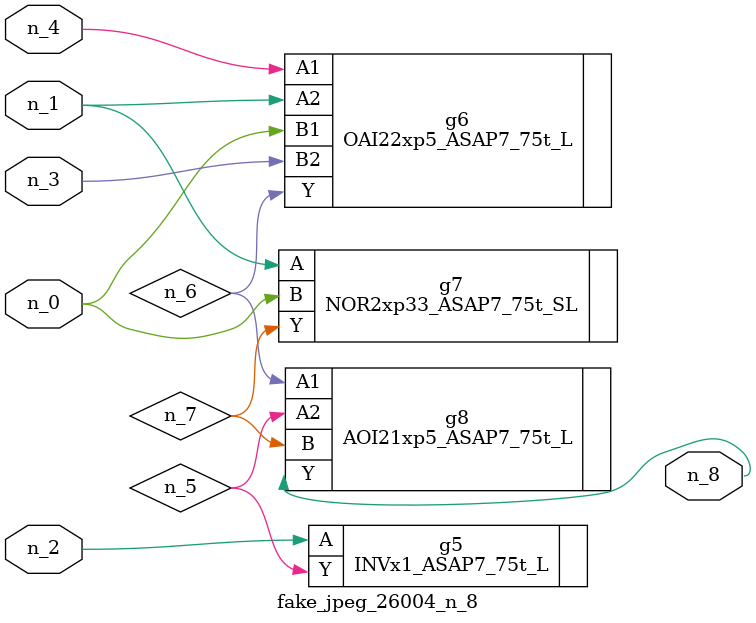
<source format=v>
module fake_jpeg_26004_n_8 (n_3, n_2, n_1, n_0, n_4, n_8);

input n_3;
input n_2;
input n_1;
input n_0;
input n_4;

output n_8;

wire n_6;
wire n_5;
wire n_7;

INVx1_ASAP7_75t_L g5 ( 
.A(n_2),
.Y(n_5)
);

OAI22xp5_ASAP7_75t_L g6 ( 
.A1(n_4),
.A2(n_1),
.B1(n_0),
.B2(n_3),
.Y(n_6)
);

NOR2xp33_ASAP7_75t_SL g7 ( 
.A(n_1),
.B(n_0),
.Y(n_7)
);

AOI21xp5_ASAP7_75t_L g8 ( 
.A1(n_6),
.A2(n_5),
.B(n_7),
.Y(n_8)
);


endmodule
</source>
